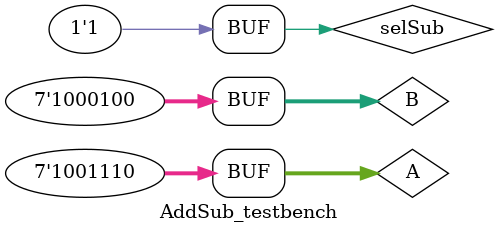
<source format=v>
`timescale 1ns/1ns

module AddSub_testbench();
	reg [6:0] A, B;  //7-bit inputs
	reg selSub;      //1-bt selection signal
	wire [7:0] S;	  //8-bit output
	
	AddSub AddSub_test(A, B, selSub, S);  //Instantiate AddSub module
	
	initial begin
		//Addition test cases
		A = 7'b0001111; B = 7'b1111111; selSub = 1'b0; #20;
		A = 7'b1110000; B = 7'b0101010; selSub = 1'b0; #20;
		A = 7'b1000000; B = 7'b1000000; selSub = 1'b0; #20;
		A = 7'b0111111; B = 7'b0111111; selSub = 1'b0; #20;
		//Subtraction test cases
		A = 7'b0100011; B = 7'b0110000; selSub = 1'b1; #20;
		A = 7'b1000001; B = 7'b0111111; selSub = 1'b1; #20;
		A = 7'b0111111; B = 7'b1000000; selSub = 1'b1; #20;
		A = 7'b1001110; B = 7'b1000100; selSub = 1'b1; #20;
	end
	
endmodule

</source>
